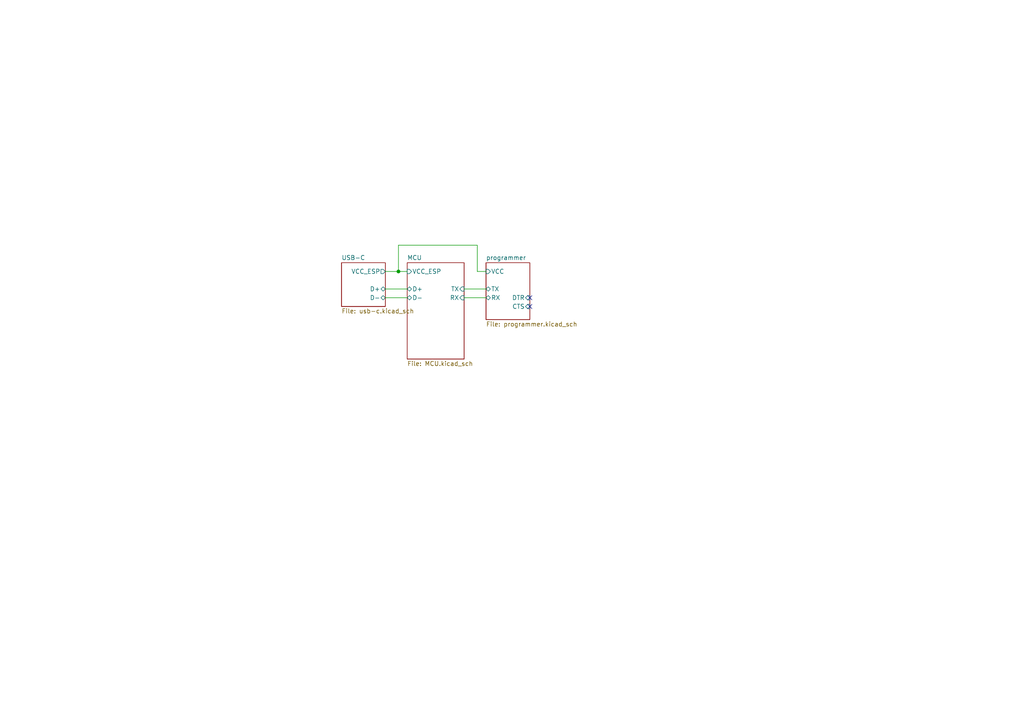
<source format=kicad_sch>
(kicad_sch (version 20211123) (generator eeschema)
  (paper "A4")
  (title_block (title "Doorbell") (rev "v0.1") (comment 2 "creativecommons.org/licenses/by/4.0") (comment 3 "License: CC By 4.0") (comment 4 "Author: Tom Hartman"))
  (lib_symbols)
  (junction (at 115.57 78.74))
  (no_connect (at 153.67 86.36))
  (no_connect (at 153.67 88.9))
  (wire (pts (xy 138.43 78.74) (xy 140.97 78.74)))
  (wire (pts (xy 111.76 78.74) (xy 115.57 78.74)))
  (wire (pts (xy 111.76 83.82) (xy 118.11 83.82)))
  (wire (pts (xy 134.62 86.36) (xy 140.97 86.36)))
  (wire (pts (xy 111.76 86.36) (xy 118.11 86.36)))
  (wire (pts (xy 138.43 71.12) (xy 138.43 78.74)))
  (wire (pts (xy 115.57 78.74) (xy 115.57 71.12)))
  (wire (pts (xy 115.57 78.74) (xy 118.11 78.74)))
  (wire (pts (xy 134.62 83.82) (xy 140.97 83.82)))
  (wire (pts (xy 115.57 71.12) (xy 138.43 71.12)))
  (sheet (at 140.97 76.2) (size 12.7 16.51) (stroke (width 0.1524))
    (property "Sheet name" "programmer" (at 140.97 75.4884 0) (effects (justify left bottom)))
    (property "Sheet file" "programmer.kicad_sch" (at 140.97 93.2946 0) (effects (justify left top)))
    (pin "RX" bidirectional (at 140.97 86.36 180))
    (pin "DTR" input (at 153.67 86.36 0))
    (pin "TX" bidirectional (at 140.97 83.82 180))
    (pin "CTS" input (at 153.67 88.9 0))
    (pin "VCC" input (at 140.97 78.74 180))
  )
  (sheet (at 99.06 76.2) (size 12.7 12.7) (stroke (width 0.1524))
    (property "Sheet name" "USB-C" (at 99.06 75.4884 0) (effects (justify left bottom)))
    (property "Sheet file" "usb-c.kicad_sch" (at 99.06 89.4846 0) (effects (justify left top)))
    (pin "VCC_ESP" output (at 111.76 78.74 0))
    (pin "D+" bidirectional (at 111.76 83.82 0))
    (pin "D-" bidirectional (at 111.76 86.36 0))
  )
  (sheet (at 118.11 76.2) (size 16.51 27.94) (stroke (width 0.1524))
    (property "Sheet name" "MCU" (at 118.11 75.4884 0) (effects (justify left bottom)))
    (property "Sheet file" "MCU.kicad_sch" (at 118.11 104.7246 0) (effects (justify left top)))
    (pin "VCC_ESP" input (at 118.11 78.74 180))
    (pin "TX" input (at 134.62 83.82 0))
    (pin "RX" input (at 134.62 86.36 0))
    (pin "D+" bidirectional (at 118.11 83.82 180))
    (pin "D-" bidirectional (at 118.11 86.36 180))
  )
)
</source>
